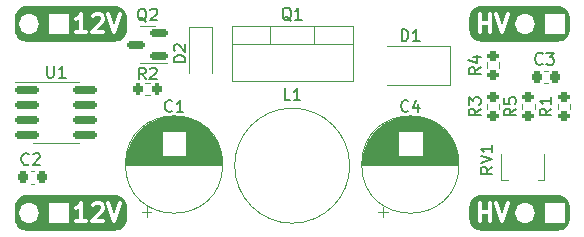
<source format=gbr>
%TF.GenerationSoftware,KiCad,Pcbnew,(6.0.6)*%
%TF.CreationDate,2022-08-22T11:18:43+02:00*%
%TF.ProjectId,nixieboi_psu,6e697869-6562-46f6-995f-7073752e6b69,rev?*%
%TF.SameCoordinates,Original*%
%TF.FileFunction,Legend,Top*%
%TF.FilePolarity,Positive*%
%FSLAX46Y46*%
G04 Gerber Fmt 4.6, Leading zero omitted, Abs format (unit mm)*
G04 Created by KiCad (PCBNEW (6.0.6)) date 2022-08-22 11:18:43*
%MOMM*%
%LPD*%
G01*
G04 APERTURE LIST*
G04 Aperture macros list*
%AMRoundRect*
0 Rectangle with rounded corners*
0 $1 Rounding radius*
0 $2 $3 $4 $5 $6 $7 $8 $9 X,Y pos of 4 corners*
0 Add a 4 corners polygon primitive as box body*
4,1,4,$2,$3,$4,$5,$6,$7,$8,$9,$2,$3,0*
0 Add four circle primitives for the rounded corners*
1,1,$1+$1,$2,$3*
1,1,$1+$1,$4,$5*
1,1,$1+$1,$6,$7*
1,1,$1+$1,$8,$9*
0 Add four rect primitives between the rounded corners*
20,1,$1+$1,$2,$3,$4,$5,0*
20,1,$1+$1,$4,$5,$6,$7,0*
20,1,$1+$1,$6,$7,$8,$9,0*
20,1,$1+$1,$8,$9,$2,$3,0*%
G04 Aperture macros list end*
%ADD10C,0.150000*%
%ADD11C,0.120000*%
%ADD12C,0.300000*%
%ADD13RoundRect,0.150000X-0.825000X-0.150000X0.825000X-0.150000X0.825000X0.150000X-0.825000X0.150000X0*%
%ADD14R,1.905000X2.000000*%
%ADD15O,1.905000X2.000000*%
%ADD16RoundRect,0.200000X0.200000X0.275000X-0.200000X0.275000X-0.200000X-0.275000X0.200000X-0.275000X0*%
%ADD17RoundRect,0.150000X0.587500X0.150000X-0.587500X0.150000X-0.587500X-0.150000X0.587500X-0.150000X0*%
%ADD18RoundRect,0.225000X0.225000X0.250000X-0.225000X0.250000X-0.225000X-0.250000X0.225000X-0.250000X0*%
%ADD19RoundRect,0.200000X-0.275000X0.200000X-0.275000X-0.200000X0.275000X-0.200000X0.275000X0.200000X0*%
%ADD20C,2.600000*%
%ADD21R,1.200000X1.200000*%
%ADD22R,1.600000X1.500000*%
%ADD23R,2.500000X1.800000*%
%ADD24R,1.600000X1.600000*%
%ADD25C,1.600000*%
%ADD26R,1.200000X0.900000*%
%ADD27R,1.700000X1.700000*%
%ADD28O,1.700000X1.700000*%
%ADD29C,0.800000*%
G04 APERTURE END LIST*
D10*
%TO.C,U1*%
X93738095Y-65052380D02*
X93738095Y-65861904D01*
X93785714Y-65957142D01*
X93833333Y-66004761D01*
X93928571Y-66052380D01*
X94119047Y-66052380D01*
X94214285Y-66004761D01*
X94261904Y-65957142D01*
X94309523Y-65861904D01*
X94309523Y-65052380D01*
X95309523Y-66052380D02*
X94738095Y-66052380D01*
X95023809Y-66052380D02*
X95023809Y-65052380D01*
X94928571Y-65195238D01*
X94833333Y-65290476D01*
X94738095Y-65338095D01*
%TO.C,Q1*%
X114404761Y-61222619D02*
X114309523Y-61175000D01*
X114214285Y-61079761D01*
X114071428Y-60936904D01*
X113976190Y-60889285D01*
X113880952Y-60889285D01*
X113928571Y-61127380D02*
X113833333Y-61079761D01*
X113738095Y-60984523D01*
X113690476Y-60794047D01*
X113690476Y-60460714D01*
X113738095Y-60270238D01*
X113833333Y-60175000D01*
X113928571Y-60127380D01*
X114119047Y-60127380D01*
X114214285Y-60175000D01*
X114309523Y-60270238D01*
X114357142Y-60460714D01*
X114357142Y-60794047D01*
X114309523Y-60984523D01*
X114214285Y-61079761D01*
X114119047Y-61127380D01*
X113928571Y-61127380D01*
X115309523Y-61127380D02*
X114738095Y-61127380D01*
X115023809Y-61127380D02*
X115023809Y-60127380D01*
X114928571Y-60270238D01*
X114833333Y-60365476D01*
X114738095Y-60413095D01*
%TO.C,R2*%
X102083333Y-66202380D02*
X101750000Y-65726190D01*
X101511904Y-66202380D02*
X101511904Y-65202380D01*
X101892857Y-65202380D01*
X101988095Y-65250000D01*
X102035714Y-65297619D01*
X102083333Y-65392857D01*
X102083333Y-65535714D01*
X102035714Y-65630952D01*
X101988095Y-65678571D01*
X101892857Y-65726190D01*
X101511904Y-65726190D01*
X102464285Y-65297619D02*
X102511904Y-65250000D01*
X102607142Y-65202380D01*
X102845238Y-65202380D01*
X102940476Y-65250000D01*
X102988095Y-65297619D01*
X103035714Y-65392857D01*
X103035714Y-65488095D01*
X102988095Y-65630952D01*
X102416666Y-66202380D01*
X103035714Y-66202380D01*
%TO.C,Q2*%
X102154761Y-61297619D02*
X102059523Y-61250000D01*
X101964285Y-61154761D01*
X101821428Y-61011904D01*
X101726190Y-60964285D01*
X101630952Y-60964285D01*
X101678571Y-61202380D02*
X101583333Y-61154761D01*
X101488095Y-61059523D01*
X101440476Y-60869047D01*
X101440476Y-60535714D01*
X101488095Y-60345238D01*
X101583333Y-60250000D01*
X101678571Y-60202380D01*
X101869047Y-60202380D01*
X101964285Y-60250000D01*
X102059523Y-60345238D01*
X102107142Y-60535714D01*
X102107142Y-60869047D01*
X102059523Y-61059523D01*
X101964285Y-61154761D01*
X101869047Y-61202380D01*
X101678571Y-61202380D01*
X102488095Y-60297619D02*
X102535714Y-60250000D01*
X102630952Y-60202380D01*
X102869047Y-60202380D01*
X102964285Y-60250000D01*
X103011904Y-60297619D01*
X103059523Y-60392857D01*
X103059523Y-60488095D01*
X103011904Y-60630952D01*
X102440476Y-61202380D01*
X103059523Y-61202380D01*
%TO.C,C3*%
X135692753Y-64857142D02*
X135645134Y-64904761D01*
X135502277Y-64952380D01*
X135407039Y-64952380D01*
X135264181Y-64904761D01*
X135168943Y-64809523D01*
X135121324Y-64714285D01*
X135073705Y-64523809D01*
X135073705Y-64380952D01*
X135121324Y-64190476D01*
X135168943Y-64095238D01*
X135264181Y-64000000D01*
X135407039Y-63952380D01*
X135502277Y-63952380D01*
X135645134Y-64000000D01*
X135692753Y-64047619D01*
X136026086Y-63952380D02*
X136645134Y-63952380D01*
X136311800Y-64333333D01*
X136454658Y-64333333D01*
X136549896Y-64380952D01*
X136597515Y-64428571D01*
X136645134Y-64523809D01*
X136645134Y-64761904D01*
X136597515Y-64857142D01*
X136549896Y-64904761D01*
X136454658Y-64952380D01*
X136168943Y-64952380D01*
X136073705Y-64904761D01*
X136026086Y-64857142D01*
%TO.C,R1*%
X136452380Y-68666666D02*
X135976190Y-69000000D01*
X136452380Y-69238095D02*
X135452380Y-69238095D01*
X135452380Y-68857142D01*
X135500000Y-68761904D01*
X135547619Y-68714285D01*
X135642857Y-68666666D01*
X135785714Y-68666666D01*
X135880952Y-68714285D01*
X135928571Y-68761904D01*
X135976190Y-68857142D01*
X135976190Y-69238095D01*
X136452380Y-67714285D02*
X136452380Y-68285714D01*
X136452380Y-68000000D02*
X135452380Y-68000000D01*
X135595238Y-68095238D01*
X135690476Y-68190476D01*
X135738095Y-68285714D01*
%TO.C,R4*%
X130452380Y-65166666D02*
X129976190Y-65500000D01*
X130452380Y-65738095D02*
X129452380Y-65738095D01*
X129452380Y-65357142D01*
X129500000Y-65261904D01*
X129547619Y-65214285D01*
X129642857Y-65166666D01*
X129785714Y-65166666D01*
X129880952Y-65214285D01*
X129928571Y-65261904D01*
X129976190Y-65357142D01*
X129976190Y-65738095D01*
X129785714Y-64309523D02*
X130452380Y-64309523D01*
X129404761Y-64547619D02*
X130119047Y-64785714D01*
X130119047Y-64166666D01*
%TO.C,L1*%
X114333333Y-67952380D02*
X113857142Y-67952380D01*
X113857142Y-66952380D01*
X115190476Y-67952380D02*
X114619047Y-67952380D01*
X114904761Y-67952380D02*
X114904761Y-66952380D01*
X114809523Y-67095238D01*
X114714285Y-67190476D01*
X114619047Y-67238095D01*
%TO.C,R3*%
X130452380Y-68666666D02*
X129976190Y-69000000D01*
X130452380Y-69238095D02*
X129452380Y-69238095D01*
X129452380Y-68857142D01*
X129500000Y-68761904D01*
X129547619Y-68714285D01*
X129642857Y-68666666D01*
X129785714Y-68666666D01*
X129880952Y-68714285D01*
X129928571Y-68761904D01*
X129976190Y-68857142D01*
X129976190Y-69238095D01*
X129452380Y-68333333D02*
X129452380Y-67714285D01*
X129833333Y-68047619D01*
X129833333Y-67904761D01*
X129880952Y-67809523D01*
X129928571Y-67761904D01*
X130023809Y-67714285D01*
X130261904Y-67714285D01*
X130357142Y-67761904D01*
X130404761Y-67809523D01*
X130452380Y-67904761D01*
X130452380Y-68190476D01*
X130404761Y-68285714D01*
X130357142Y-68333333D01*
%TO.C,RV1*%
X131452380Y-73595238D02*
X130976190Y-73928571D01*
X131452380Y-74166666D02*
X130452380Y-74166666D01*
X130452380Y-73785714D01*
X130500000Y-73690476D01*
X130547619Y-73642857D01*
X130642857Y-73595238D01*
X130785714Y-73595238D01*
X130880952Y-73642857D01*
X130928571Y-73690476D01*
X130976190Y-73785714D01*
X130976190Y-74166666D01*
X130452380Y-73309523D02*
X131452380Y-72976190D01*
X130452380Y-72642857D01*
X131452380Y-71785714D02*
X131452380Y-72357142D01*
X131452380Y-72071428D02*
X130452380Y-72071428D01*
X130595238Y-72166666D01*
X130690476Y-72261904D01*
X130738095Y-72357142D01*
%TO.C,D1*%
X123761904Y-62952380D02*
X123761904Y-61952380D01*
X124000000Y-61952380D01*
X124142857Y-62000000D01*
X124238095Y-62095238D01*
X124285714Y-62190476D01*
X124333333Y-62380952D01*
X124333333Y-62523809D01*
X124285714Y-62714285D01*
X124238095Y-62809523D01*
X124142857Y-62904761D01*
X124000000Y-62952380D01*
X123761904Y-62952380D01*
X125285714Y-62952380D02*
X124714285Y-62952380D01*
X125000000Y-62952380D02*
X125000000Y-61952380D01*
X124904761Y-62095238D01*
X124809523Y-62190476D01*
X124714285Y-62238095D01*
%TO.C,C4*%
X124333333Y-68857142D02*
X124285714Y-68904761D01*
X124142857Y-68952380D01*
X124047619Y-68952380D01*
X123904761Y-68904761D01*
X123809523Y-68809523D01*
X123761904Y-68714285D01*
X123714285Y-68523809D01*
X123714285Y-68380952D01*
X123761904Y-68190476D01*
X123809523Y-68095238D01*
X123904761Y-68000000D01*
X124047619Y-67952380D01*
X124142857Y-67952380D01*
X124285714Y-68000000D01*
X124333333Y-68047619D01*
X125190476Y-68285714D02*
X125190476Y-68952380D01*
X124952380Y-67904761D02*
X124714285Y-68619047D01*
X125333333Y-68619047D01*
%TO.C,C1*%
X104333333Y-68857142D02*
X104285714Y-68904761D01*
X104142857Y-68952380D01*
X104047619Y-68952380D01*
X103904761Y-68904761D01*
X103809523Y-68809523D01*
X103761904Y-68714285D01*
X103714285Y-68523809D01*
X103714285Y-68380952D01*
X103761904Y-68190476D01*
X103809523Y-68095238D01*
X103904761Y-68000000D01*
X104047619Y-67952380D01*
X104142857Y-67952380D01*
X104285714Y-68000000D01*
X104333333Y-68047619D01*
X105285714Y-68952380D02*
X104714285Y-68952380D01*
X105000000Y-68952380D02*
X105000000Y-67952380D01*
X104904761Y-68095238D01*
X104809523Y-68190476D01*
X104714285Y-68238095D01*
%TO.C,R5*%
X133452380Y-68666666D02*
X132976190Y-69000000D01*
X133452380Y-69238095D02*
X132452380Y-69238095D01*
X132452380Y-68857142D01*
X132500000Y-68761904D01*
X132547619Y-68714285D01*
X132642857Y-68666666D01*
X132785714Y-68666666D01*
X132880952Y-68714285D01*
X132928571Y-68761904D01*
X132976190Y-68857142D01*
X132976190Y-69238095D01*
X132452380Y-67761904D02*
X132452380Y-68238095D01*
X132928571Y-68285714D01*
X132880952Y-68238095D01*
X132833333Y-68142857D01*
X132833333Y-67904761D01*
X132880952Y-67809523D01*
X132928571Y-67761904D01*
X133023809Y-67714285D01*
X133261904Y-67714285D01*
X133357142Y-67761904D01*
X133404761Y-67809523D01*
X133452380Y-67904761D01*
X133452380Y-68142857D01*
X133404761Y-68238095D01*
X133357142Y-68285714D01*
%TO.C,C2*%
X92192753Y-73357142D02*
X92145134Y-73404761D01*
X92002277Y-73452380D01*
X91907039Y-73452380D01*
X91764181Y-73404761D01*
X91668943Y-73309523D01*
X91621324Y-73214285D01*
X91573705Y-73023809D01*
X91573705Y-72880952D01*
X91621324Y-72690476D01*
X91668943Y-72595238D01*
X91764181Y-72500000D01*
X91907039Y-72452380D01*
X92002277Y-72452380D01*
X92145134Y-72500000D01*
X92192753Y-72547619D01*
X92573705Y-72547619D02*
X92621324Y-72500000D01*
X92716562Y-72452380D01*
X92954658Y-72452380D01*
X93049896Y-72500000D01*
X93097515Y-72547619D01*
X93145134Y-72642857D01*
X93145134Y-72738095D01*
X93097515Y-72880952D01*
X92526086Y-73452380D01*
X93145134Y-73452380D01*
%TO.C,D2*%
X105452380Y-64738095D02*
X104452380Y-64738095D01*
X104452380Y-64500000D01*
X104500000Y-64357142D01*
X104595238Y-64261904D01*
X104690476Y-64214285D01*
X104880952Y-64166666D01*
X105023809Y-64166666D01*
X105214285Y-64214285D01*
X105309523Y-64261904D01*
X105404761Y-64357142D01*
X105452380Y-64500000D01*
X105452380Y-64738095D01*
X104547619Y-63785714D02*
X104500000Y-63738095D01*
X104452380Y-63642857D01*
X104452380Y-63404761D01*
X104500000Y-63309523D01*
X104547619Y-63261904D01*
X104642857Y-63214285D01*
X104738095Y-63214285D01*
X104880952Y-63261904D01*
X105452380Y-63833333D01*
X105452380Y-63214285D01*
D11*
%TO.C,U1*%
X94500000Y-71560000D02*
X96450000Y-71560000D01*
X94500000Y-71560000D02*
X92550000Y-71560000D01*
X94500000Y-66440000D02*
X96450000Y-66440000D01*
X94500000Y-66440000D02*
X91050000Y-66440000D01*
%TO.C,Q1*%
X109380000Y-61675000D02*
X119620000Y-61675000D01*
X109380000Y-63185000D02*
X119620000Y-63185000D01*
X112650000Y-61675000D02*
X112650000Y-63185000D01*
X109380000Y-66316000D02*
X119620000Y-66316000D01*
X119620000Y-61675000D02*
X119620000Y-66316000D01*
X116351000Y-61675000D02*
X116351000Y-63185000D01*
X109380000Y-61675000D02*
X109380000Y-66316000D01*
%TO.C,R2*%
X102487258Y-66477500D02*
X102012742Y-66477500D01*
X102487258Y-67522500D02*
X102012742Y-67522500D01*
%TO.C,Q2*%
X102250000Y-64810000D02*
X103925000Y-64810000D01*
X102250000Y-64810000D02*
X101600000Y-64810000D01*
X102250000Y-61690000D02*
X102900000Y-61690000D01*
X102250000Y-61690000D02*
X101600000Y-61690000D01*
%TO.C,C3*%
X136140580Y-65490000D02*
X135859420Y-65490000D01*
X136140580Y-66510000D02*
X135859420Y-66510000D01*
%TO.C,R1*%
X138022500Y-68262742D02*
X138022500Y-68737258D01*
X136977500Y-68262742D02*
X136977500Y-68737258D01*
%TO.C,R4*%
X130977500Y-64762742D02*
X130977500Y-65237258D01*
X132022500Y-64762742D02*
X132022500Y-65237258D01*
%TO.C,L1*%
X119370000Y-73500000D02*
G75*
G03*
X119370000Y-73500000I-4870000J0D01*
G01*
%TO.C,R3*%
X132022500Y-68262742D02*
X132022500Y-68737258D01*
X130977500Y-68262742D02*
X130977500Y-68737258D01*
%TO.C,RV1*%
X135780000Y-74750000D02*
X135270000Y-74750000D01*
X135780000Y-72470000D02*
X135780000Y-74750000D01*
X132220000Y-74750000D02*
X132220000Y-72470000D01*
X132730000Y-74750000D02*
X132220000Y-74750000D01*
%TO.C,D1*%
X127900000Y-66650000D02*
X122500000Y-66650000D01*
X127900000Y-63350000D02*
X122500000Y-63350000D01*
X127900000Y-66650000D02*
X127900000Y-63350000D01*
%TO.C,C4*%
X121280000Y-70881651D02*
X123460000Y-70881651D01*
X125540000Y-71361651D02*
X128040000Y-71361651D01*
X125540000Y-72081651D02*
X128363000Y-72081651D01*
X121517000Y-70601651D02*
X127483000Y-70601651D01*
X125540000Y-70641651D02*
X127519000Y-70641651D01*
X120463000Y-72802651D02*
X128537000Y-72802651D01*
X120470000Y-72762651D02*
X128530000Y-72762651D01*
X120710000Y-71881651D02*
X123460000Y-71881651D01*
X120533000Y-72441651D02*
X123460000Y-72441651D01*
X125540000Y-71801651D02*
X128257000Y-71801651D01*
X125540000Y-71761651D02*
X128240000Y-71761651D01*
X123271000Y-69481651D02*
X125729000Y-69481651D01*
X120458000Y-72842651D02*
X128542000Y-72842651D01*
X125540000Y-71641651D02*
X128186000Y-71641651D01*
X120524000Y-72481651D02*
X123460000Y-72481651D01*
X123047000Y-69561651D02*
X125953000Y-69561651D01*
X121944000Y-70201651D02*
X127056000Y-70201651D01*
X121056000Y-71201651D02*
X123460000Y-71201651D01*
X121716000Y-70401651D02*
X127284000Y-70401651D01*
X125540000Y-70721651D02*
X127590000Y-70721651D01*
X120498000Y-72601651D02*
X123460000Y-72601651D01*
X125540000Y-71201651D02*
X127944000Y-71201651D01*
X121135000Y-71081651D02*
X123460000Y-71081651D01*
X120586000Y-72241651D02*
X123460000Y-72241651D01*
X125540000Y-71081651D02*
X127865000Y-71081651D01*
X120778000Y-71721651D02*
X123460000Y-71721651D01*
X125540000Y-71521651D02*
X128127000Y-71521651D01*
X123154000Y-69521651D02*
X125846000Y-69521651D01*
X120432000Y-73082651D02*
X128568000Y-73082651D01*
X120476000Y-72722651D02*
X128524000Y-72722651D01*
X123402000Y-69441651D02*
X125598000Y-69441651D01*
X125540000Y-72521651D02*
X128485000Y-72521651D01*
X125540000Y-72361651D02*
X128447000Y-72361651D01*
X122272000Y-69961651D02*
X126728000Y-69961651D01*
X121759000Y-70361651D02*
X127241000Y-70361651D01*
X125540000Y-70681651D02*
X127555000Y-70681651D01*
X122769000Y-69681651D02*
X126231000Y-69681651D01*
X120743000Y-71801651D02*
X123460000Y-71801651D01*
X120515000Y-72521651D02*
X123460000Y-72521651D01*
X122155000Y-70041651D02*
X126845000Y-70041651D01*
X125540000Y-72641651D02*
X128510000Y-72641651D01*
X123552000Y-69401651D02*
X125448000Y-69401651D01*
X125540000Y-71721651D02*
X128222000Y-71721651D01*
X120623000Y-72121651D02*
X123460000Y-72121651D01*
X125540000Y-72001651D02*
X128335000Y-72001651D01*
X121633000Y-70481651D02*
X127367000Y-70481651D01*
X120853000Y-71561651D02*
X123460000Y-71561651D01*
X120423000Y-73242651D02*
X128577000Y-73242651D01*
X125540000Y-70961651D02*
X127780000Y-70961651D01*
X125540000Y-70881651D02*
X127720000Y-70881651D01*
X121555000Y-70561651D02*
X127445000Y-70561651D01*
X120426000Y-73162651D02*
X128574000Y-73162651D01*
X121250000Y-70921651D02*
X123460000Y-70921651D01*
X125540000Y-71001651D02*
X127809000Y-71001651D01*
X120760000Y-71761651D02*
X123460000Y-71761651D01*
X120679000Y-71961651D02*
X123460000Y-71961651D01*
X122948000Y-69601651D02*
X126052000Y-69601651D01*
X120575000Y-72281651D02*
X123460000Y-72281651D01*
X120420000Y-73402651D02*
X128580000Y-73402651D01*
X121191000Y-71001651D02*
X123460000Y-71001651D01*
X120665000Y-72001651D02*
X123460000Y-72001651D01*
X121445000Y-70681651D02*
X123460000Y-70681651D01*
X121674000Y-70441651D02*
X127326000Y-70441651D01*
X120796000Y-71681651D02*
X123460000Y-71681651D01*
X125540000Y-72121651D02*
X128377000Y-72121651D01*
X125540000Y-72041651D02*
X128350000Y-72041651D01*
X120960000Y-71361651D02*
X123460000Y-71361651D01*
X125540000Y-71841651D02*
X128274000Y-71841651D01*
X120814000Y-71641651D02*
X123460000Y-71641651D01*
X125540000Y-72281651D02*
X128425000Y-72281651D01*
X120873000Y-71521651D02*
X123460000Y-71521651D01*
X121311000Y-70841651D02*
X123460000Y-70841651D01*
X121344000Y-70801651D02*
X123460000Y-70801651D01*
X122466000Y-69841651D02*
X126534000Y-69841651D01*
X125540000Y-71121651D02*
X127892000Y-71121651D01*
X125540000Y-70841651D02*
X127689000Y-70841651D01*
X120637000Y-72081651D02*
X123460000Y-72081651D01*
X121896000Y-70241651D02*
X127104000Y-70241651D01*
X120543000Y-72401651D02*
X123460000Y-72401651D01*
X120553000Y-72361651D02*
X123460000Y-72361651D01*
X120448000Y-72922651D02*
X128552000Y-72922651D01*
X122100000Y-70081651D02*
X126900000Y-70081651D01*
X122536000Y-69801651D02*
X126464000Y-69801651D01*
X125540000Y-71441651D02*
X128084000Y-71441651D01*
X120420000Y-73322651D02*
X128580000Y-73322651D01*
X125540000Y-71161651D02*
X127918000Y-71161651D01*
X125540000Y-71561651D02*
X128147000Y-71561651D01*
X125540000Y-71921651D02*
X128305000Y-71921651D01*
X120435000Y-73042651D02*
X128565000Y-73042651D01*
X125540000Y-72241651D02*
X128414000Y-72241651D01*
X120429000Y-73122651D02*
X128571000Y-73122651D01*
X125540000Y-70761651D02*
X127624000Y-70761651D01*
X121007000Y-71281651D02*
X123460000Y-71281651D01*
X120834000Y-71601651D02*
X123460000Y-71601651D01*
X125540000Y-71681651D02*
X128204000Y-71681651D01*
X125540000Y-71241651D02*
X127969000Y-71241651D01*
X120443000Y-72962651D02*
X128557000Y-72962651D01*
X120439000Y-73002651D02*
X128561000Y-73002651D01*
X120894000Y-71481651D02*
X123460000Y-71481651D01*
X125540000Y-71321651D02*
X128017000Y-71321651D01*
X122855000Y-69641651D02*
X126145000Y-69641651D01*
X121481000Y-70641651D02*
X123460000Y-70641651D01*
X125540000Y-72481651D02*
X128476000Y-72481651D01*
X123732000Y-69361651D02*
X125268000Y-69361651D01*
X125540000Y-71961651D02*
X128321000Y-71961651D01*
X123967000Y-69321651D02*
X125033000Y-69321651D01*
X125540000Y-71401651D02*
X128062000Y-71401651D01*
X121410000Y-70721651D02*
X123460000Y-70721651D01*
X120506000Y-72561651D02*
X123460000Y-72561651D01*
X125540000Y-71281651D02*
X127993000Y-71281651D01*
X122610000Y-69761651D02*
X126390000Y-69761651D01*
X121849000Y-70281651D02*
X127151000Y-70281651D01*
X120452000Y-72882651D02*
X128548000Y-72882651D01*
X125540000Y-72441651D02*
X128467000Y-72441651D01*
X125540000Y-71601651D02*
X128166000Y-71601651D01*
X121162000Y-71041651D02*
X123460000Y-71041651D01*
X121593000Y-70521651D02*
X127407000Y-70521651D01*
X125540000Y-72681651D02*
X128517000Y-72681651D01*
X125540000Y-72321651D02*
X128436000Y-72321651D01*
X125540000Y-72161651D02*
X128389000Y-72161651D01*
X120938000Y-71401651D02*
X123460000Y-71401651D01*
X122687000Y-69721651D02*
X126313000Y-69721651D01*
X125540000Y-71041651D02*
X127838000Y-71041651D01*
X125540000Y-71481651D02*
X128106000Y-71481651D01*
X120564000Y-72321651D02*
X123460000Y-72321651D01*
X121082000Y-71161651D02*
X123460000Y-71161651D01*
X125540000Y-72201651D02*
X128402000Y-72201651D01*
X125540000Y-71881651D02*
X128290000Y-71881651D01*
X120598000Y-72201651D02*
X123460000Y-72201651D01*
X122398000Y-69881651D02*
X126602000Y-69881651D01*
X121220000Y-70961651D02*
X123460000Y-70961651D01*
X125540000Y-72401651D02*
X128457000Y-72401651D01*
X122334000Y-69921651D02*
X126666000Y-69921651D01*
X125540000Y-70801651D02*
X127656000Y-70801651D01*
X120916000Y-71441651D02*
X123460000Y-71441651D01*
X120983000Y-71321651D02*
X123460000Y-71321651D01*
X125540000Y-72601651D02*
X128502000Y-72601651D01*
X121376000Y-70761651D02*
X123460000Y-70761651D01*
X122185000Y-77812349D02*
X122185000Y-77012349D01*
X121031000Y-71241651D02*
X123460000Y-71241651D01*
X122046000Y-70121651D02*
X126954000Y-70121651D01*
X121108000Y-71121651D02*
X123460000Y-71121651D01*
X120611000Y-72161651D02*
X123460000Y-72161651D01*
X120650000Y-72041651D02*
X123460000Y-72041651D01*
X120695000Y-71921651D02*
X123460000Y-71921651D01*
X125540000Y-70921651D02*
X127750000Y-70921651D01*
X120483000Y-72681651D02*
X123460000Y-72681651D01*
X120490000Y-72641651D02*
X123460000Y-72641651D01*
X120726000Y-71841651D02*
X123460000Y-71841651D01*
X121785000Y-77412349D02*
X122585000Y-77412349D01*
X120421000Y-73282651D02*
X128579000Y-73282651D01*
X120424000Y-73202651D02*
X128576000Y-73202651D01*
X121995000Y-70161651D02*
X127005000Y-70161651D01*
X120420000Y-73362651D02*
X128580000Y-73362651D01*
X122213000Y-70001651D02*
X126787000Y-70001651D01*
X125540000Y-72561651D02*
X128494000Y-72561651D01*
X121803000Y-70321651D02*
X127197000Y-70321651D01*
X128620000Y-73402651D02*
G75*
G03*
X128620000Y-73402651I-4120000J0D01*
G01*
%TO.C,C1*%
X105540000Y-71241651D02*
X107969000Y-71241651D01*
X105540000Y-71401651D02*
X108062000Y-71401651D01*
X100498000Y-72601651D02*
X103460000Y-72601651D01*
X105540000Y-72561651D02*
X108494000Y-72561651D01*
X103047000Y-69561651D02*
X105953000Y-69561651D01*
X101716000Y-70401651D02*
X107284000Y-70401651D01*
X101759000Y-70361651D02*
X107241000Y-70361651D01*
X102334000Y-69921651D02*
X106666000Y-69921651D01*
X102213000Y-70001651D02*
X106787000Y-70001651D01*
X105540000Y-72601651D02*
X108502000Y-72601651D01*
X100665000Y-72001651D02*
X103460000Y-72001651D01*
X105540000Y-71601651D02*
X108166000Y-71601651D01*
X100894000Y-71481651D02*
X103460000Y-71481651D01*
X100623000Y-72121651D02*
X103460000Y-72121651D01*
X105540000Y-71041651D02*
X107838000Y-71041651D01*
X101056000Y-71201651D02*
X103460000Y-71201651D01*
X105540000Y-71681651D02*
X108204000Y-71681651D01*
X100448000Y-72922651D02*
X108552000Y-72922651D01*
X102155000Y-70041651D02*
X106845000Y-70041651D01*
X101376000Y-70761651D02*
X103460000Y-70761651D01*
X105540000Y-72641651D02*
X108510000Y-72641651D01*
X102046000Y-70121651D02*
X106954000Y-70121651D01*
X105540000Y-72161651D02*
X108389000Y-72161651D01*
X101311000Y-70841651D02*
X103460000Y-70841651D01*
X105540000Y-70641651D02*
X107519000Y-70641651D01*
X100435000Y-73042651D02*
X108565000Y-73042651D01*
X100679000Y-71961651D02*
X103460000Y-71961651D01*
X103552000Y-69401651D02*
X105448000Y-69401651D01*
X101082000Y-71161651D02*
X103460000Y-71161651D01*
X105540000Y-71641651D02*
X108186000Y-71641651D01*
X105540000Y-72401651D02*
X108457000Y-72401651D01*
X102855000Y-69641651D02*
X106145000Y-69641651D01*
X101896000Y-70241651D02*
X107104000Y-70241651D01*
X101250000Y-70921651D02*
X103460000Y-70921651D01*
X100938000Y-71401651D02*
X103460000Y-71401651D01*
X100515000Y-72521651D02*
X103460000Y-72521651D01*
X105540000Y-71321651D02*
X108017000Y-71321651D01*
X105540000Y-71121651D02*
X107892000Y-71121651D01*
X100470000Y-72762651D02*
X108530000Y-72762651D01*
X105540000Y-72281651D02*
X108425000Y-72281651D01*
X100586000Y-72241651D02*
X103460000Y-72241651D01*
X103967000Y-69321651D02*
X105033000Y-69321651D01*
X101517000Y-70601651D02*
X107483000Y-70601651D01*
X100426000Y-73162651D02*
X108574000Y-73162651D01*
X105540000Y-71521651D02*
X108127000Y-71521651D01*
X105540000Y-70681651D02*
X107555000Y-70681651D01*
X103154000Y-69521651D02*
X105846000Y-69521651D01*
X105540000Y-70841651D02*
X107689000Y-70841651D01*
X101135000Y-71081651D02*
X103460000Y-71081651D01*
X101410000Y-70721651D02*
X103460000Y-70721651D01*
X101344000Y-70801651D02*
X103460000Y-70801651D01*
X105540000Y-71761651D02*
X108240000Y-71761651D01*
X105540000Y-71081651D02*
X107865000Y-71081651D01*
X100650000Y-72041651D02*
X103460000Y-72041651D01*
X101445000Y-70681651D02*
X103460000Y-70681651D01*
X105540000Y-71721651D02*
X108222000Y-71721651D01*
X103271000Y-69481651D02*
X105729000Y-69481651D01*
X101481000Y-70641651D02*
X103460000Y-70641651D01*
X105540000Y-72201651D02*
X108402000Y-72201651D01*
X100420000Y-73362651D02*
X108580000Y-73362651D01*
X105540000Y-70961651D02*
X107780000Y-70961651D01*
X102100000Y-70081651D02*
X106900000Y-70081651D01*
X105540000Y-70721651D02*
X107590000Y-70721651D01*
X100575000Y-72281651D02*
X103460000Y-72281651D01*
X101220000Y-70961651D02*
X103460000Y-70961651D01*
X101191000Y-71001651D02*
X103460000Y-71001651D01*
X100490000Y-72641651D02*
X103460000Y-72641651D01*
X101995000Y-70161651D02*
X107005000Y-70161651D01*
X100483000Y-72681651D02*
X103460000Y-72681651D01*
X100506000Y-72561651D02*
X103460000Y-72561651D01*
X100553000Y-72361651D02*
X103460000Y-72361651D01*
X100432000Y-73082651D02*
X108568000Y-73082651D01*
X105540000Y-72041651D02*
X108350000Y-72041651D01*
X100458000Y-72842651D02*
X108542000Y-72842651D01*
X100983000Y-71321651D02*
X103460000Y-71321651D01*
X102536000Y-69801651D02*
X106464000Y-69801651D01*
X100695000Y-71921651D02*
X103460000Y-71921651D01*
X100420000Y-73402651D02*
X108580000Y-73402651D01*
X105540000Y-72361651D02*
X108447000Y-72361651D01*
X101944000Y-70201651D02*
X107056000Y-70201651D01*
X100637000Y-72081651D02*
X103460000Y-72081651D01*
X100853000Y-71561651D02*
X103460000Y-71561651D01*
X100429000Y-73122651D02*
X108571000Y-73122651D01*
X100873000Y-71521651D02*
X103460000Y-71521651D01*
X100424000Y-73202651D02*
X108576000Y-73202651D01*
X100564000Y-72321651D02*
X103460000Y-72321651D01*
X105540000Y-70801651D02*
X107656000Y-70801651D01*
X101803000Y-70321651D02*
X107197000Y-70321651D01*
X102398000Y-69881651D02*
X106602000Y-69881651D01*
X100726000Y-71841651D02*
X103460000Y-71841651D01*
X100834000Y-71601651D02*
X103460000Y-71601651D01*
X100420000Y-73322651D02*
X108580000Y-73322651D01*
X105540000Y-71161651D02*
X107918000Y-71161651D01*
X105540000Y-71801651D02*
X108257000Y-71801651D01*
X101108000Y-71121651D02*
X103460000Y-71121651D01*
X105540000Y-72441651D02*
X108467000Y-72441651D01*
X105540000Y-71881651D02*
X108290000Y-71881651D01*
X105540000Y-71281651D02*
X107993000Y-71281651D01*
X101555000Y-70561651D02*
X107445000Y-70561651D01*
X105540000Y-72241651D02*
X108414000Y-72241651D01*
X100743000Y-71801651D02*
X103460000Y-71801651D01*
X105540000Y-72121651D02*
X108377000Y-72121651D01*
X101280000Y-70881651D02*
X103460000Y-70881651D01*
X103402000Y-69441651D02*
X105598000Y-69441651D01*
X102466000Y-69841651D02*
X106534000Y-69841651D01*
X105540000Y-72321651D02*
X108436000Y-72321651D01*
X100760000Y-71761651D02*
X103460000Y-71761651D01*
X105540000Y-71001651D02*
X107809000Y-71001651D01*
X100439000Y-73002651D02*
X108561000Y-73002651D01*
X101785000Y-77412349D02*
X102585000Y-77412349D01*
X105540000Y-70921651D02*
X107750000Y-70921651D01*
X101674000Y-70441651D02*
X107326000Y-70441651D01*
X105540000Y-72481651D02*
X108476000Y-72481651D01*
X101633000Y-70481651D02*
X107367000Y-70481651D01*
X100960000Y-71361651D02*
X103460000Y-71361651D01*
X105540000Y-70761651D02*
X107624000Y-70761651D01*
X101031000Y-71241651D02*
X103460000Y-71241651D01*
X105540000Y-70881651D02*
X107720000Y-70881651D01*
X103732000Y-69361651D02*
X105268000Y-69361651D01*
X101593000Y-70521651D02*
X107407000Y-70521651D01*
X105540000Y-72681651D02*
X108517000Y-72681651D01*
X101849000Y-70281651D02*
X107151000Y-70281651D01*
X100916000Y-71441651D02*
X103460000Y-71441651D01*
X100543000Y-72401651D02*
X103460000Y-72401651D01*
X100476000Y-72722651D02*
X108524000Y-72722651D01*
X102687000Y-69721651D02*
X106313000Y-69721651D01*
X100443000Y-72962651D02*
X108557000Y-72962651D01*
X100421000Y-73282651D02*
X108579000Y-73282651D01*
X105540000Y-72001651D02*
X108335000Y-72001651D01*
X105540000Y-71441651D02*
X108084000Y-71441651D01*
X100423000Y-73242651D02*
X108577000Y-73242651D01*
X100778000Y-71721651D02*
X103460000Y-71721651D01*
X105540000Y-71561651D02*
X108147000Y-71561651D01*
X101162000Y-71041651D02*
X103460000Y-71041651D01*
X100710000Y-71881651D02*
X103460000Y-71881651D01*
X100796000Y-71681651D02*
X103460000Y-71681651D01*
X102948000Y-69601651D02*
X106052000Y-69601651D01*
X100611000Y-72161651D02*
X103460000Y-72161651D01*
X100524000Y-72481651D02*
X103460000Y-72481651D01*
X100533000Y-72441651D02*
X103460000Y-72441651D01*
X105540000Y-71961651D02*
X108321000Y-71961651D01*
X102769000Y-69681651D02*
X106231000Y-69681651D01*
X105540000Y-71481651D02*
X108106000Y-71481651D01*
X102185000Y-77812349D02*
X102185000Y-77012349D01*
X105540000Y-71201651D02*
X107944000Y-71201651D01*
X100814000Y-71641651D02*
X103460000Y-71641651D01*
X105540000Y-72081651D02*
X108363000Y-72081651D01*
X105540000Y-71921651D02*
X108305000Y-71921651D01*
X105540000Y-71361651D02*
X108040000Y-71361651D01*
X102272000Y-69961651D02*
X106728000Y-69961651D01*
X105540000Y-72521651D02*
X108485000Y-72521651D01*
X100452000Y-72882651D02*
X108548000Y-72882651D01*
X102610000Y-69761651D02*
X106390000Y-69761651D01*
X101007000Y-71281651D02*
X103460000Y-71281651D01*
X100598000Y-72201651D02*
X103460000Y-72201651D01*
X105540000Y-71841651D02*
X108274000Y-71841651D01*
X100463000Y-72802651D02*
X108537000Y-72802651D01*
X108620000Y-73402651D02*
G75*
G03*
X108620000Y-73402651I-4120000J0D01*
G01*
%TO.C,R5*%
X135022500Y-68262742D02*
X135022500Y-68737258D01*
X133977500Y-68262742D02*
X133977500Y-68737258D01*
%TO.C,C2*%
X92640580Y-75010000D02*
X92359420Y-75010000D01*
X92640580Y-73990000D02*
X92359420Y-73990000D01*
%TO.C,D2*%
X107750000Y-61750000D02*
X107750000Y-65650000D01*
X107750000Y-61750000D02*
X105750000Y-61750000D01*
X105750000Y-61750000D02*
X105750000Y-65650000D01*
%TD*%
G36*
X99506061Y-60000597D02*
G01*
X99682935Y-60018018D01*
X99706776Y-60022760D01*
X99870999Y-60072576D01*
X99893457Y-60081879D01*
X100044798Y-60162772D01*
X100065009Y-60176276D01*
X100197666Y-60285144D01*
X100214856Y-60302334D01*
X100323724Y-60434991D01*
X100337228Y-60455202D01*
X100418121Y-60606543D01*
X100427424Y-60629001D01*
X100477240Y-60793224D01*
X100481982Y-60817065D01*
X100499403Y-60993939D01*
X100500000Y-61006093D01*
X100500000Y-61993907D01*
X100499403Y-62006061D01*
X100481982Y-62182935D01*
X100477240Y-62206776D01*
X100427424Y-62370999D01*
X100418121Y-62393457D01*
X100337228Y-62544798D01*
X100323724Y-62565009D01*
X100214856Y-62697666D01*
X100197666Y-62714856D01*
X100065009Y-62823724D01*
X100044798Y-62837228D01*
X99893457Y-62918121D01*
X99870999Y-62927424D01*
X99706776Y-62977240D01*
X99682935Y-62981982D01*
X99506061Y-62999403D01*
X99493907Y-63000000D01*
X92006093Y-63000000D01*
X91993939Y-62999403D01*
X91817065Y-62981982D01*
X91793224Y-62977240D01*
X91629001Y-62927424D01*
X91606543Y-62918121D01*
X91455202Y-62837228D01*
X91434991Y-62823724D01*
X91302334Y-62714856D01*
X91285144Y-62697666D01*
X91176276Y-62565009D01*
X91162772Y-62544798D01*
X91081879Y-62393457D01*
X91072576Y-62370999D01*
X91022760Y-62206776D01*
X91018018Y-62182935D01*
X91000597Y-62006061D01*
X91000000Y-61993907D01*
X91000000Y-61006093D01*
X91000597Y-60993939D01*
X91018018Y-60817065D01*
X91022760Y-60793224D01*
X91072576Y-60629001D01*
X91081879Y-60606543D01*
X91162772Y-60455202D01*
X91176276Y-60434991D01*
X91285144Y-60302334D01*
X91302334Y-60285144D01*
X91434991Y-60176276D01*
X91455202Y-60162772D01*
X91606543Y-60081879D01*
X91629001Y-60072576D01*
X91793224Y-60022760D01*
X91817065Y-60018018D01*
X91993939Y-60000597D01*
X92006093Y-60000000D01*
X99493907Y-60000000D01*
X99506061Y-60000597D01*
G37*
G36*
X137006061Y-60000597D02*
G01*
X137182935Y-60018018D01*
X137206776Y-60022760D01*
X137370999Y-60072576D01*
X137393457Y-60081879D01*
X137544798Y-60162772D01*
X137565009Y-60176276D01*
X137697666Y-60285144D01*
X137714856Y-60302334D01*
X137823724Y-60434991D01*
X137837228Y-60455202D01*
X137918121Y-60606543D01*
X137927424Y-60629001D01*
X137977240Y-60793224D01*
X137981982Y-60817065D01*
X137999403Y-60993939D01*
X138000000Y-61006093D01*
X138000000Y-61993907D01*
X137999403Y-62006061D01*
X137981982Y-62182935D01*
X137977240Y-62206776D01*
X137927424Y-62370999D01*
X137918121Y-62393457D01*
X137837228Y-62544798D01*
X137823724Y-62565009D01*
X137714856Y-62697666D01*
X137697666Y-62714856D01*
X137565009Y-62823724D01*
X137544798Y-62837228D01*
X137393457Y-62918121D01*
X137370999Y-62927424D01*
X137206776Y-62977240D01*
X137182935Y-62981982D01*
X137006061Y-62999403D01*
X136993907Y-63000000D01*
X130506093Y-63000000D01*
X130493939Y-62999403D01*
X130317065Y-62981982D01*
X130293224Y-62977240D01*
X130129001Y-62927424D01*
X130106543Y-62918121D01*
X129955202Y-62837228D01*
X129934991Y-62823724D01*
X129802334Y-62714856D01*
X129785144Y-62697666D01*
X129676276Y-62565009D01*
X129662772Y-62544798D01*
X129581879Y-62393457D01*
X129572576Y-62370999D01*
X129522760Y-62206776D01*
X129518018Y-62182935D01*
X129500597Y-62006061D01*
X129500000Y-61993907D01*
X129500000Y-61006093D01*
X129500597Y-60993939D01*
X129518018Y-60817065D01*
X129522760Y-60793224D01*
X129572576Y-60629001D01*
X129581879Y-60606543D01*
X129662772Y-60455202D01*
X129676276Y-60434991D01*
X129785144Y-60302334D01*
X129802334Y-60285144D01*
X129934991Y-60176276D01*
X129955202Y-60162772D01*
X130106543Y-60081879D01*
X130129001Y-60072576D01*
X130293224Y-60022760D01*
X130317065Y-60018018D01*
X130493939Y-60000597D01*
X130506093Y-60000000D01*
X136993907Y-60000000D01*
X137006061Y-60000597D01*
G37*
G36*
X99506061Y-76000597D02*
G01*
X99682935Y-76018018D01*
X99706776Y-76022760D01*
X99870999Y-76072576D01*
X99893457Y-76081879D01*
X100044798Y-76162772D01*
X100065009Y-76176276D01*
X100197666Y-76285144D01*
X100214856Y-76302334D01*
X100323724Y-76434991D01*
X100337228Y-76455202D01*
X100418121Y-76606543D01*
X100427424Y-76629001D01*
X100477240Y-76793224D01*
X100481982Y-76817065D01*
X100499403Y-76993939D01*
X100500000Y-77006093D01*
X100500000Y-77993907D01*
X100499403Y-78006061D01*
X100481982Y-78182935D01*
X100477240Y-78206776D01*
X100427424Y-78370999D01*
X100418121Y-78393457D01*
X100337228Y-78544798D01*
X100323724Y-78565009D01*
X100214856Y-78697666D01*
X100197666Y-78714856D01*
X100065009Y-78823724D01*
X100044798Y-78837228D01*
X99893457Y-78918121D01*
X99870999Y-78927424D01*
X99706776Y-78977240D01*
X99682935Y-78981982D01*
X99506061Y-78999403D01*
X99493907Y-79000000D01*
X92006093Y-79000000D01*
X91993939Y-78999403D01*
X91817065Y-78981982D01*
X91793224Y-78977240D01*
X91629001Y-78927424D01*
X91606543Y-78918121D01*
X91455202Y-78837228D01*
X91434991Y-78823724D01*
X91302334Y-78714856D01*
X91285144Y-78697666D01*
X91176276Y-78565009D01*
X91162772Y-78544798D01*
X91081879Y-78393457D01*
X91072576Y-78370999D01*
X91022760Y-78206776D01*
X91018018Y-78182935D01*
X91000597Y-78006061D01*
X91000000Y-77993907D01*
X91000000Y-77006093D01*
X91000597Y-76993939D01*
X91018018Y-76817065D01*
X91022760Y-76793224D01*
X91072576Y-76629001D01*
X91081879Y-76606543D01*
X91162772Y-76455202D01*
X91176276Y-76434991D01*
X91285144Y-76302334D01*
X91302334Y-76285144D01*
X91434991Y-76176276D01*
X91455202Y-76162772D01*
X91606543Y-76081879D01*
X91629001Y-76072576D01*
X91793224Y-76022760D01*
X91817065Y-76018018D01*
X91993939Y-76000597D01*
X92006093Y-76000000D01*
X99493907Y-76000000D01*
X99506061Y-76000597D01*
G37*
G36*
X137006061Y-76000597D02*
G01*
X137182935Y-76018018D01*
X137206776Y-76022760D01*
X137370999Y-76072576D01*
X137393457Y-76081879D01*
X137544798Y-76162772D01*
X137565009Y-76176276D01*
X137697666Y-76285144D01*
X137714856Y-76302334D01*
X137823724Y-76434991D01*
X137837228Y-76455202D01*
X137918121Y-76606543D01*
X137927424Y-76629001D01*
X137977240Y-76793224D01*
X137981982Y-76817065D01*
X137999403Y-76993939D01*
X138000000Y-77006093D01*
X138000000Y-77993907D01*
X137999403Y-78006061D01*
X137981982Y-78182935D01*
X137977240Y-78206776D01*
X137927424Y-78370999D01*
X137918121Y-78393457D01*
X137837228Y-78544798D01*
X137823724Y-78565009D01*
X137714856Y-78697666D01*
X137697666Y-78714856D01*
X137565009Y-78823724D01*
X137544798Y-78837228D01*
X137393457Y-78918121D01*
X137370999Y-78927424D01*
X137206776Y-78977240D01*
X137182935Y-78981982D01*
X137006061Y-78999403D01*
X136993907Y-79000000D01*
X130506093Y-79000000D01*
X130493939Y-78999403D01*
X130317065Y-78981982D01*
X130293224Y-78977240D01*
X130129001Y-78927424D01*
X130106543Y-78918121D01*
X129955202Y-78837228D01*
X129934991Y-78823724D01*
X129802334Y-78714856D01*
X129785144Y-78697666D01*
X129676276Y-78565009D01*
X129662772Y-78544798D01*
X129581879Y-78393457D01*
X129572576Y-78370999D01*
X129522760Y-78206776D01*
X129518018Y-78182935D01*
X129500597Y-78006061D01*
X129500000Y-77993907D01*
X129500000Y-77006093D01*
X129500597Y-76993939D01*
X129518018Y-76817065D01*
X129522760Y-76793224D01*
X129572576Y-76629001D01*
X129581879Y-76606543D01*
X129662772Y-76455202D01*
X129676276Y-76434991D01*
X129785144Y-76302334D01*
X129802334Y-76285144D01*
X129934991Y-76176276D01*
X129955202Y-76162772D01*
X130106543Y-76081879D01*
X130129001Y-76072576D01*
X130293224Y-76022760D01*
X130317065Y-76018018D01*
X130493939Y-76000597D01*
X130506093Y-76000000D01*
X136993907Y-76000000D01*
X137006061Y-76000597D01*
G37*
%LPC*%
D12*
X130428571Y-62178571D02*
X130428571Y-60678571D01*
X130428571Y-61392857D02*
X131285714Y-61392857D01*
X131285714Y-62178571D02*
X131285714Y-60678571D01*
X131785714Y-60678571D02*
X132285714Y-62178571D01*
X132785714Y-60678571D01*
X130428571Y-78178571D02*
X130428571Y-76678571D01*
X130428571Y-77392857D02*
X131285714Y-77392857D01*
X131285714Y-78178571D02*
X131285714Y-76678571D01*
X131785714Y-76678571D02*
X132285714Y-78178571D01*
X132785714Y-76678571D01*
X97071428Y-62178571D02*
X96214285Y-62178571D01*
X96642857Y-62178571D02*
X96642857Y-60678571D01*
X96500000Y-60892857D01*
X96357142Y-61035714D01*
X96214285Y-61107142D01*
X97642857Y-60821428D02*
X97714285Y-60750000D01*
X97857142Y-60678571D01*
X98214285Y-60678571D01*
X98357142Y-60750000D01*
X98428571Y-60821428D01*
X98500000Y-60964285D01*
X98500000Y-61107142D01*
X98428571Y-61321428D01*
X97571428Y-62178571D01*
X98500000Y-62178571D01*
X98928571Y-60678571D02*
X99428571Y-62178571D01*
X99928571Y-60678571D01*
X97071428Y-78178571D02*
X96214285Y-78178571D01*
X96642857Y-78178571D02*
X96642857Y-76678571D01*
X96500000Y-76892857D01*
X96357142Y-77035714D01*
X96214285Y-77107142D01*
X97642857Y-76821428D02*
X97714285Y-76750000D01*
X97857142Y-76678571D01*
X98214285Y-76678571D01*
X98357142Y-76750000D01*
X98428571Y-76821428D01*
X98500000Y-76964285D01*
X98500000Y-77107142D01*
X98428571Y-77321428D01*
X97571428Y-78178571D01*
X98500000Y-78178571D01*
X98928571Y-76678571D02*
X99428571Y-78178571D01*
X99928571Y-76678571D01*
D13*
%TO.C,U1*%
X92025000Y-67095000D03*
X92025000Y-68365000D03*
X92025000Y-69635000D03*
X92025000Y-70905000D03*
X96975000Y-70905000D03*
X96975000Y-69635000D03*
X96975000Y-68365000D03*
X96975000Y-67095000D03*
%TD*%
D14*
%TO.C,Q1*%
X111960000Y-64945000D03*
D15*
X114500000Y-64945000D03*
X117040000Y-64945000D03*
%TD*%
D16*
%TO.C,R2*%
X103075000Y-67000000D03*
X101425000Y-67000000D03*
%TD*%
D17*
%TO.C,Q2*%
X103187500Y-64200000D03*
X103187500Y-62300000D03*
X101312500Y-63250000D03*
%TD*%
D18*
%TO.C,C3*%
X136775000Y-66000000D03*
X135225000Y-66000000D03*
%TD*%
D19*
%TO.C,R1*%
X137500000Y-67675000D03*
X137500000Y-69325000D03*
%TD*%
%TO.C,R4*%
X131500000Y-64175000D03*
X131500000Y-65825000D03*
%TD*%
D20*
%TO.C,L1*%
X112000000Y-73500000D03*
X117000000Y-73500000D03*
%TD*%
D19*
%TO.C,R3*%
X131500000Y-67675000D03*
X131500000Y-69325000D03*
%TD*%
D21*
%TO.C,RV1*%
X135400000Y-71380000D03*
D22*
X134000000Y-74620000D03*
D21*
X132600000Y-71380000D03*
%TD*%
D23*
%TO.C,D1*%
X126500000Y-65000000D03*
X122500000Y-65000000D03*
%TD*%
D24*
%TO.C,C4*%
X124500000Y-75152651D03*
D25*
X124500000Y-71652651D03*
%TD*%
D24*
%TO.C,C1*%
X104500000Y-75152651D03*
D25*
X104500000Y-71652651D03*
%TD*%
D19*
%TO.C,R5*%
X134500000Y-67675000D03*
X134500000Y-69325000D03*
%TD*%
D18*
%TO.C,C2*%
X93275000Y-74500000D03*
X91725000Y-74500000D03*
%TD*%
D26*
%TO.C,D2*%
X106750000Y-62350000D03*
X106750000Y-65650000D03*
%TD*%
D27*
%TO.C,J4*%
X136775000Y-77500000D03*
D28*
X134235000Y-77500000D03*
%TD*%
D27*
%TO.C,J2*%
X94775000Y-77500000D03*
D28*
X92235000Y-77500000D03*
%TD*%
D27*
%TO.C,J3*%
X136775000Y-61500000D03*
D28*
X134235000Y-61500000D03*
%TD*%
D27*
%TO.C,J1*%
X94775000Y-61500000D03*
D28*
X92235000Y-61500000D03*
%TD*%
D29*
X92000000Y-64500000D03*
X129000000Y-71500000D03*
X99000000Y-74500000D03*
X133500000Y-66000000D03*
X108500000Y-68000000D03*
X124500000Y-67500000D03*
X120500000Y-61000000D03*
X120500000Y-77500000D03*
X91000000Y-73000000D03*
X98500000Y-64500000D03*
X94500000Y-69500000D03*
X108500000Y-77500000D03*
X138000000Y-72000000D03*
X129000000Y-67500000D03*
X108500000Y-61000000D03*
X120500000Y-68000000D03*
X98750000Y-71000000D03*
X130250000Y-69750000D03*
X94500000Y-68250000D03*
X103000000Y-68250000D03*
M02*

</source>
